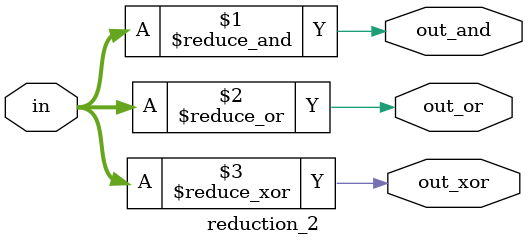
<source format=v>


// out_and: output of a 100-input AND gate.
// out_or: output of a 100-input OR gate.
// out_xor: output of a 100-input XOR gate.
module reduction_2( 
    input [99:0] in,
    output out_and,
    output out_or,
    output out_xor 
);
    assign out_and = & in[99:0];
    assign out_or = | in[99:0];
    assign out_xor = ^ in[99:0];
endmodule

</source>
